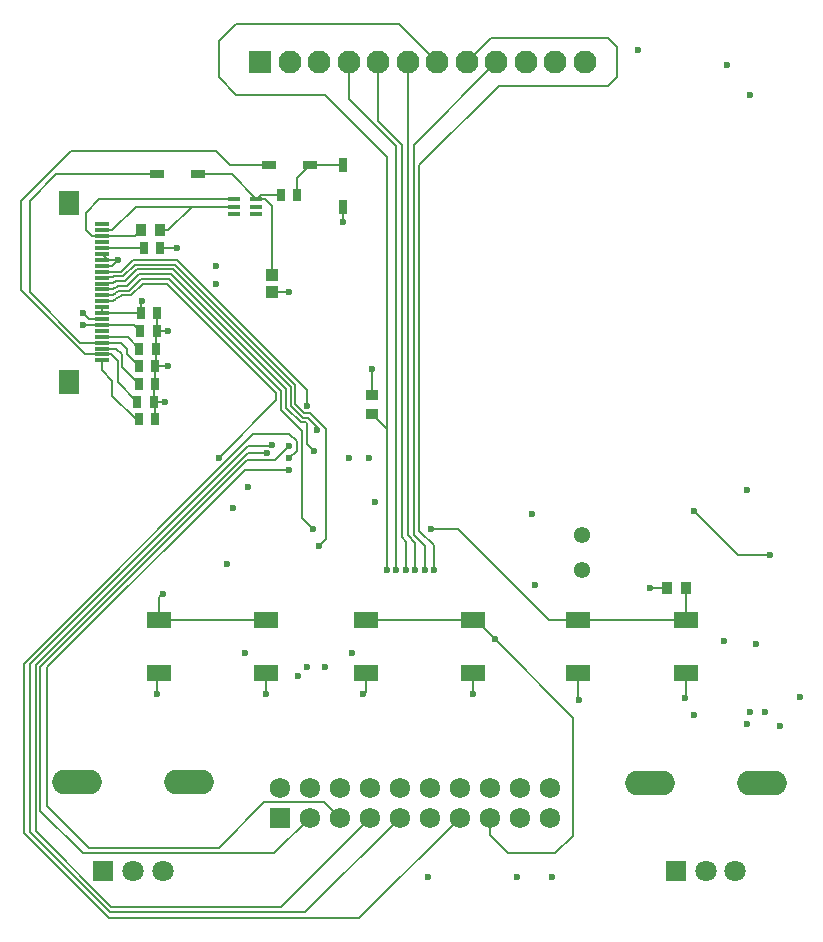
<source format=gbr>
%TF.GenerationSoftware,KiCad,Pcbnew,9.0.6-1.fc43*%
%TF.CreationDate,2025-12-20T07:51:10-05:00*%
%TF.ProjectId,electrical,656c6563-7472-4696-9361-6c2e6b696361,rev?*%
%TF.SameCoordinates,Original*%
%TF.FileFunction,Copper,L1,Top*%
%TF.FilePolarity,Positive*%
%FSLAX46Y46*%
G04 Gerber Fmt 4.6, Leading zero omitted, Abs format (unit mm)*
G04 Created by KiCad (PCBNEW 9.0.6-1.fc43) date 2025-12-20 07:51:10*
%MOMM*%
%LPD*%
G01*
G04 APERTURE LIST*
%TA.AperFunction,SMDPad,CuDef*%
%ADD10R,0.780000X0.990000*%
%TD*%
%TA.AperFunction,SMDPad,CuDef*%
%ADD11R,1.150000X0.800000*%
%TD*%
%TA.AperFunction,SMDPad,CuDef*%
%ADD12R,1.000000X0.450000*%
%TD*%
%TA.AperFunction,ComponentPad*%
%ADD13R,1.725000X1.725000*%
%TD*%
%TA.AperFunction,ComponentPad*%
%ADD14C,1.725000*%
%TD*%
%TA.AperFunction,SMDPad,CuDef*%
%ADD15R,1.300000X0.300000*%
%TD*%
%TA.AperFunction,SMDPad,CuDef*%
%ADD16R,1.800000X2.000000*%
%TD*%
%TA.AperFunction,ComponentPad*%
%ADD17R,1.800000X1.800000*%
%TD*%
%TA.AperFunction,ComponentPad*%
%ADD18C,1.800000*%
%TD*%
%TA.AperFunction,ComponentPad*%
%ADD19O,4.200000X2.100000*%
%TD*%
%TA.AperFunction,SMDPad,CuDef*%
%ADD20R,1.000000X1.050000*%
%TD*%
%TA.AperFunction,SMDPad,CuDef*%
%ADD21R,2.100000X1.400000*%
%TD*%
%TA.AperFunction,SMDPad,CuDef*%
%ADD22R,0.900000X1.000000*%
%TD*%
%TA.AperFunction,SMDPad,CuDef*%
%ADD23R,1.000000X0.900000*%
%TD*%
%TA.AperFunction,SMDPad,CuDef*%
%ADD24R,0.800000X1.150000*%
%TD*%
%TA.AperFunction,ComponentPad*%
%ADD25C,1.381000*%
%TD*%
%TA.AperFunction,ComponentPad*%
%ADD26R,1.950000X1.950000*%
%TD*%
%TA.AperFunction,ComponentPad*%
%ADD27C,1.950000*%
%TD*%
%TA.AperFunction,ViaPad*%
%ADD28C,0.600000*%
%TD*%
%TA.AperFunction,Conductor*%
%ADD29C,0.200000*%
%TD*%
G04 APERTURE END LIST*
D10*
%TO.P,C14,1*%
%TO.N,GND*%
X133050000Y-81250000D03*
%TO.P,C14,2*%
%TO.N,/Screen/VSH2*%
X131650000Y-81250000D03*
%TD*%
D11*
%TO.P,D4,1,K*%
%TO.N,Net-(D3-A)*%
X145750000Y-74250000D03*
%TO.P,D4,2,A*%
%TO.N,/Screen/VGL*%
X142250000Y-74250000D03*
%TD*%
D12*
%TO.P,Q1,1,S1*%
%TO.N,/Screen/RESE*%
X139300000Y-77100000D03*
%TO.P,Q1,2,G1*%
%TO.N,/Screen/GDR*%
X139300000Y-77750000D03*
%TO.P,Q1,3,D2*%
%TO.N,unconnected-(Q1-D2-Pad3)*%
X139300000Y-78400000D03*
%TO.P,Q1,4,S2*%
%TO.N,unconnected-(Q1-S2-Pad4)*%
X141200000Y-78400000D03*
%TO.P,Q1,5,G2*%
%TO.N,unconnected-(Q1-G2-Pad5)*%
X141200000Y-77750000D03*
%TO.P,Q1,6,D1*%
%TO.N,Net-(D2-A)*%
X141200000Y-77100000D03*
%TD*%
D13*
%TO.P,J1,1,1*%
%TO.N,+3V0*%
X143180000Y-129500000D03*
D14*
%TO.P,J1,2,2*%
X143180000Y-126960000D03*
%TO.P,J1,3,3*%
%TO.N,/Processor/TRST*%
X145720000Y-129500000D03*
%TO.P,J1,4,4*%
%TO.N,GND*%
X145720000Y-126960000D03*
%TO.P,J1,5,5*%
%TO.N,/Processor/TDI*%
X148260000Y-129500000D03*
%TO.P,J1,6,6*%
%TO.N,GND*%
X148260000Y-126960000D03*
%TO.P,J1,7,7*%
%TO.N,/Processor/TMS{slash}SWDAT*%
X150800000Y-129500000D03*
%TO.P,J1,8,8*%
%TO.N,GND*%
X150800000Y-126960000D03*
%TO.P,J1,9,9*%
%TO.N,/Processor/TCK{slash}SWCLK*%
X153340000Y-129500000D03*
%TO.P,J1,10,10*%
%TO.N,GND*%
X153340000Y-126960000D03*
%TO.P,J1,11,11*%
%TO.N,Net-(J1-Pad11)*%
X155880000Y-129500000D03*
%TO.P,J1,12,12*%
%TO.N,GND*%
X155880000Y-126960000D03*
%TO.P,J1,13,13*%
%TO.N,/Processor/TDO*%
X158420000Y-129500000D03*
%TO.P,J1,14,14*%
%TO.N,GND*%
X158420000Y-126960000D03*
%TO.P,J1,15,15*%
%TO.N,/Processor/NRST*%
X160960000Y-129500000D03*
%TO.P,J1,16,16*%
%TO.N,GND*%
X160960000Y-126960000D03*
%TO.P,J1,17,17*%
%TO.N,Net-(J1-Pad17)*%
X163500000Y-129500000D03*
%TO.P,J1,18,18*%
%TO.N,GND*%
X163500000Y-126960000D03*
%TO.P,J1,19,19*%
%TO.N,Net-(J1-Pad19)*%
X166040000Y-129500000D03*
%TO.P,J1,20,20*%
%TO.N,GND*%
X166040000Y-126960000D03*
%TD*%
D15*
%TO.P,J2,1*%
%TO.N,unconnected-(J2-Pad1)*%
X128100000Y-79250000D03*
%TO.P,J2,2*%
%TO.N,/Screen/GDR*%
X128100000Y-79750000D03*
%TO.P,J2,3*%
%TO.N,/Screen/RESE*%
X128100000Y-80250000D03*
%TO.P,J2,4*%
%TO.N,unconnected-(J2-Pad4)*%
X128100000Y-80750000D03*
%TO.P,J2,5*%
%TO.N,/Screen/VSH2*%
X128100000Y-81250000D03*
%TO.P,J2,6*%
%TO.N,GND*%
X128100000Y-81750000D03*
%TO.P,J2,7*%
X128100000Y-82250000D03*
%TO.P,J2,8*%
X128100000Y-82750000D03*
%TO.P,J2,9*%
%TO.N,/Processor/EINK_BUSY*%
X128100000Y-83250000D03*
%TO.P,J2,10*%
%TO.N,/Processor/EINK_RST*%
X128100000Y-83750000D03*
%TO.P,J2,11*%
%TO.N,/Processor/EINK_D_C*%
X128100000Y-84250000D03*
%TO.P,J2,12*%
%TO.N,/Processor/EINK_CS*%
X128100000Y-84750000D03*
%TO.P,J2,13*%
%TO.N,/Accelerometer/ADXL_SCL*%
X128100000Y-85250000D03*
%TO.P,J2,14*%
%TO.N,/Accelerometer/ADXL_SDI*%
X128100000Y-85750000D03*
%TO.P,J2,15*%
%TO.N,+3V0*%
X128100000Y-86250000D03*
%TO.P,J2,16*%
X128100000Y-86750000D03*
%TO.P,J2,17*%
%TO.N,GND*%
X128100000Y-87250000D03*
%TO.P,J2,18*%
%TO.N,/Screen/1V8*%
X128100000Y-87750000D03*
%TO.P,J2,19*%
%TO.N,unconnected-(J2-Pad19)*%
X128100000Y-88250000D03*
%TO.P,J2,20*%
%TO.N,/Screen/VSH1*%
X128100000Y-88750000D03*
%TO.P,J2,21*%
%TO.N,/Screen/VGH*%
X128100000Y-89250000D03*
%TO.P,J2,22*%
%TO.N,/Screen/VSL*%
X128100000Y-89750000D03*
%TO.P,J2,23*%
%TO.N,/Screen/VGL*%
X128100000Y-90250000D03*
%TO.P,J2,24*%
%TO.N,/Screen/VCOM*%
X128100000Y-90750000D03*
D16*
%TO.P,J2,Z1*%
%TO.N,unconnected-(J2-PadZ1)*%
X125350000Y-77450000D03*
%TO.P,J2,Z2*%
%TO.N,unconnected-(J2-PadZ2)*%
X125350000Y-92550000D03*
%TD*%
D17*
%TO.P,RV1,1,1*%
%TO.N,/Processor/POT_1*%
X128250000Y-133975000D03*
D18*
%TO.P,RV1,2,2*%
%TO.N,GND*%
X130750000Y-133975000D03*
%TO.P,RV1,3,3*%
%TO.N,+3V0*%
X133250000Y-133975000D03*
D19*
%TO.P,RV1,S1*%
%TO.N,N/C*%
X126000000Y-126475000D03*
%TO.P,RV1,S2*%
X135500000Y-126475000D03*
%TD*%
D17*
%TO.P,RV2,1,1*%
%TO.N,/Processor/POT_2*%
X176750000Y-134000000D03*
D18*
%TO.P,RV2,2,2*%
%TO.N,GND*%
X179250000Y-134000000D03*
%TO.P,RV2,3,3*%
%TO.N,+3V0*%
X181750000Y-134000000D03*
D19*
%TO.P,RV2,S1*%
%TO.N,N/C*%
X174500000Y-126500000D03*
%TO.P,RV2,S2*%
X184000000Y-126500000D03*
%TD*%
D10*
%TO.P,C15,1*%
%TO.N,GND*%
X132800000Y-86750000D03*
%TO.P,C15,2*%
%TO.N,+3V0*%
X131400000Y-86750000D03*
%TD*%
%TO.P,C20,1*%
%TO.N,GND*%
X132650000Y-91250000D03*
%TO.P,C20,2*%
%TO.N,/Screen/VGH*%
X131250000Y-91250000D03*
%TD*%
D20*
%TO.P,L1,1,1*%
%TO.N,Net-(D2-A)*%
X142500000Y-83500000D03*
%TO.P,L1,2,2*%
%TO.N,+3V0*%
X142500000Y-85000000D03*
%TD*%
D11*
%TO.P,D2,1,K*%
%TO.N,/Screen/VGH*%
X132750000Y-75000000D03*
%TO.P,D2,2,A*%
%TO.N,Net-(D2-A)*%
X136250000Y-75000000D03*
%TD*%
D10*
%TO.P,C17,1*%
%TO.N,GND*%
X132700000Y-89750000D03*
%TO.P,C17,2*%
%TO.N,/Screen/VSH1*%
X131300000Y-89750000D03*
%TD*%
D21*
%TO.P,SW4,1,1*%
%TO.N,GND*%
X168450000Y-117250000D03*
%TO.P,SW4,2,2*%
X177550000Y-117250000D03*
%TO.P,SW4,3,K*%
%TO.N,/Processor/BUTTON_2*%
X168450000Y-112750000D03*
%TO.P,SW4,4,A*%
X177550000Y-112750000D03*
%TD*%
D10*
%TO.P,C13,1*%
%TO.N,/Screen/VCOM*%
X131250000Y-95750000D03*
%TO.P,C13,2*%
%TO.N,GND*%
X132650000Y-95750000D03*
%TD*%
%TO.P,C19,1*%
%TO.N,/Screen/VGL*%
X131100000Y-94250000D03*
%TO.P,C19,2*%
%TO.N,GND*%
X132500000Y-94250000D03*
%TD*%
D22*
%TO.P,R12,1*%
%TO.N,/Screen/RESE*%
X131450000Y-79750000D03*
%TO.P,R12,2*%
%TO.N,/Screen/GDR*%
X133050000Y-79750000D03*
%TD*%
D23*
%TO.P,R6,1*%
%TO.N,/Processor/WIFI_CS*%
X151000000Y-95300000D03*
%TO.P,R6,2*%
%TO.N,+3V0*%
X151000000Y-93700000D03*
%TD*%
D21*
%TO.P,SW1,1,1*%
%TO.N,GND*%
X150450000Y-117250000D03*
%TO.P,SW1,2,2*%
X159550000Y-117250000D03*
%TO.P,SW1,3,K*%
%TO.N,/Processor/NRST*%
X150450000Y-112750000D03*
%TO.P,SW1,4,A*%
X159550000Y-112750000D03*
%TD*%
D10*
%TO.P,C16,1*%
%TO.N,GND*%
X132750000Y-88250000D03*
%TO.P,C16,2*%
%TO.N,/Screen/1V8*%
X131350000Y-88250000D03*
%TD*%
D21*
%TO.P,SW3,1,1*%
%TO.N,GND*%
X132950000Y-117250000D03*
%TO.P,SW3,2,2*%
X142050000Y-117250000D03*
%TO.P,SW3,3,K*%
%TO.N,/Processor/BUTTON_1*%
X132950000Y-112750000D03*
%TO.P,SW3,4,A*%
X142050000Y-112750000D03*
%TD*%
D10*
%TO.P,C12,1*%
%TO.N,/Screen/VSL*%
X131250000Y-92750000D03*
%TO.P,C12,2*%
%TO.N,GND*%
X132650000Y-92750000D03*
%TD*%
%TO.P,C18,1*%
%TO.N,Net-(D2-A)*%
X143250000Y-76750000D03*
%TO.P,C18,2*%
%TO.N,Net-(D3-A)*%
X144650000Y-76750000D03*
%TD*%
D24*
%TO.P,D3,1,K*%
%TO.N,GND*%
X148500000Y-77750000D03*
%TO.P,D3,2,A*%
%TO.N,Net-(D3-A)*%
X148500000Y-74250000D03*
%TD*%
D22*
%TO.P,R8,1*%
%TO.N,/Processor/BUTTON_2*%
X177600000Y-110000000D03*
%TO.P,R8,2*%
%TO.N,+3V0*%
X176000000Y-110000000D03*
%TD*%
D25*
%TO.P,SW2,4*%
%TO.N,N/C*%
X168800000Y-105500000D03*
%TO.P,SW2,5*%
X168800000Y-108500000D03*
%TD*%
D26*
%TO.P,IC2,1,VIN*%
%TO.N,+3V0*%
X141520000Y-65530000D03*
D27*
%TO.P,IC2,2,3V0*%
%TO.N,unconnected-(IC2-3V0-Pad2)*%
X144020000Y-65530000D03*
%TO.P,IC2,3,GND*%
%TO.N,GND*%
X146520000Y-65530000D03*
%TO.P,IC2,4,SCK*%
%TO.N,/Processor/WIFI_SCK*%
X149020000Y-65530000D03*
%TO.P,IC2,5,MISO*%
%TO.N,/Processor/WIFI_MISO*%
X151520000Y-65530000D03*
%TO.P,IC2,6,MOSI*%
%TO.N,/Processor/WIFI_MOSI*%
X154020000Y-65530000D03*
%TO.P,IC2,7,CS*%
%TO.N,/Processor/WIFI_CS*%
X156520000Y-65530000D03*
%TO.P,IC2,8,BUSY*%
%TO.N,/Processor/WIFI_BUSY*%
X159020000Y-65530000D03*
%TO.P,IC2,9,RESET*%
%TO.N,/Processor/WIFI_RESET*%
X161520000Y-65530000D03*
%TO.P,IC2,10,GPIO_0*%
%TO.N,unconnected-(IC2-GPIO_0-Pad10)*%
X164020000Y-65530000D03*
%TO.P,IC2,11,UART_RX*%
%TO.N,unconnected-(IC2-UART_RX-Pad11)*%
X166520000Y-65530000D03*
%TO.P,IC2,12,UART_TX*%
%TO.N,unconnected-(IC2-UART_TX-Pad12)*%
X169020000Y-65530000D03*
%TD*%
D28*
%TO.N,GND*%
X182750000Y-101750000D03*
X166250000Y-134500000D03*
X133750000Y-91250000D03*
X142000000Y-119000000D03*
X139250000Y-103250000D03*
X133750000Y-88250000D03*
X159500000Y-119000000D03*
X177500000Y-119350000D03*
X168500000Y-119500000D03*
X145500000Y-116750000D03*
X163250000Y-134500000D03*
X148500000Y-79000000D03*
X149250000Y-115500000D03*
X185500000Y-121750000D03*
X126500000Y-86750000D03*
X155750000Y-134500000D03*
X173500000Y-64500000D03*
X164750000Y-109750000D03*
X183000000Y-120500000D03*
X129500000Y-82250000D03*
X182750000Y-121500000D03*
X133500000Y-94250000D03*
X132750000Y-119000000D03*
X134500000Y-81250000D03*
X137750000Y-82750000D03*
X150250000Y-119000000D03*
X149000000Y-99000000D03*
%TO.N,+3V0*%
X147000000Y-116750000D03*
X138750000Y-108000000D03*
X178250000Y-120750000D03*
X144750000Y-117500000D03*
X151000000Y-91500000D03*
X183500000Y-114750000D03*
X187250000Y-119250000D03*
X151250000Y-102750000D03*
X150750000Y-99000000D03*
X140250000Y-115500000D03*
X140500000Y-101500000D03*
X183000000Y-68250000D03*
X137750000Y-84250000D03*
X144000000Y-85000000D03*
X174500000Y-110000000D03*
X180750000Y-114500000D03*
X131500000Y-85750000D03*
X184250000Y-120500000D03*
X181000000Y-65750000D03*
X164500000Y-103750000D03*
%TO.N,/Processor/NRST*%
X161375000Y-114375000D03*
%TO.N,/Screen/1V8*%
X126500000Y-87750000D03*
%TO.N,/Accelerometer/ADXL_SCL*%
X146000000Y-105000000D03*
%TO.N,/Processor/EINK_CS*%
X146092185Y-98440715D03*
%TO.N,/Processor/EINK_D_C*%
X146318500Y-96667027D03*
%TO.N,/Processor/TCK{slash}SWCLK*%
X142543761Y-97934358D03*
%TO.N,/Processor/TMS{slash}SWDAT*%
X142100000Y-98600000D03*
%TO.N,/Processor/WIFI_CS*%
X152250000Y-108500000D03*
%TO.N,/Processor/WIFI_SCK*%
X153050003Y-108500000D03*
%TO.N,/Processor/BUTTON_2*%
X156000000Y-105000000D03*
%TO.N,/Processor/EINK_RST*%
X146500000Y-106500000D03*
%TO.N,/Processor/BUTTON_1*%
X133250000Y-110500000D03*
%TO.N,/Processor/WIFI_BUSY*%
X156250015Y-108500000D03*
%TO.N,/Processor/TRST*%
X144000000Y-98000000D03*
%TO.N,/Accelerometer/ADXL_SDO*%
X184693800Y-107193800D03*
X178250000Y-103500000D03*
%TO.N,/Processor/WIFI_MOSI*%
X154650009Y-108500000D03*
%TO.N,/Processor/TDO*%
X144000000Y-99000000D03*
%TO.N,/Processor/WIFI_RESET*%
X155450012Y-108500000D03*
%TO.N,/Accelerometer/ADXL_SDI*%
X138000000Y-99000000D03*
%TO.N,/Processor/EINK_BUSY*%
X145515627Y-94600000D03*
%TO.N,/Processor/WIFI_MISO*%
X153850006Y-108500000D03*
%TO.N,/Processor/TDI*%
X144000000Y-100000000D03*
%TD*%
D29*
%TO.N,GND*%
X148500000Y-79000000D02*
X148500000Y-77750000D01*
X142050000Y-118950000D02*
X142000000Y-119000000D01*
X134500000Y-81250000D02*
X133050000Y-81250000D01*
X132800000Y-86750000D02*
X132800000Y-88200000D01*
X132750000Y-119000000D02*
X132750000Y-117450000D01*
X132650000Y-95750000D02*
X132650000Y-94400000D01*
X132650000Y-94400000D02*
X132500000Y-94250000D01*
X127000000Y-87250000D02*
X126500000Y-86750000D01*
X132650000Y-92750000D02*
X132650000Y-91250000D01*
X128600000Y-82250000D02*
X128100000Y-81750000D01*
X177500000Y-119350000D02*
X177550000Y-119300000D01*
X132700000Y-91200000D02*
X132650000Y-91250000D01*
X128100000Y-82750000D02*
X129000000Y-82750000D01*
X132500000Y-92900000D02*
X132650000Y-92750000D01*
X132800000Y-88200000D02*
X132750000Y-88250000D01*
X168450000Y-119450000D02*
X168450000Y-117250000D01*
X132700000Y-88300000D02*
X132750000Y-88250000D01*
X128100000Y-82250000D02*
X129500000Y-82250000D01*
X132500000Y-94250000D02*
X133500000Y-94250000D01*
X159500000Y-119000000D02*
X159500000Y-117300000D01*
X129500000Y-82250000D02*
X128600000Y-82250000D01*
X177550000Y-119300000D02*
X177550000Y-117250000D01*
X150450000Y-117250000D02*
X150450000Y-118800000D01*
X129000000Y-82750000D02*
X129500000Y-82250000D01*
X128100000Y-87250000D02*
X127000000Y-87250000D01*
X132500000Y-94250000D02*
X132500000Y-92900000D01*
X142050000Y-117250000D02*
X142050000Y-118950000D01*
X159500000Y-117300000D02*
X159550000Y-117250000D01*
X132650000Y-91250000D02*
X133750000Y-91250000D01*
X168500000Y-119500000D02*
X168450000Y-119450000D01*
X132750000Y-117450000D02*
X132950000Y-117250000D01*
X150450000Y-118800000D02*
X150250000Y-119000000D01*
X132750000Y-88250000D02*
X133750000Y-88250000D01*
X132700000Y-89750000D02*
X132700000Y-88300000D01*
X132700000Y-89750000D02*
X132700000Y-91200000D01*
%TO.N,+3V0*%
X131400000Y-86750000D02*
X128100000Y-86750000D01*
X144000000Y-85000000D02*
X142500000Y-85000000D01*
X131400000Y-86750000D02*
X131400000Y-85850000D01*
X174500000Y-110000000D02*
X176000000Y-110000000D01*
X131400000Y-85850000D02*
X131500000Y-85750000D01*
X128100000Y-86250000D02*
X128100000Y-86750000D01*
X151000000Y-93700000D02*
X151000000Y-91500000D01*
%TO.N,/Processor/NRST*%
X166500000Y-132500000D02*
X168000000Y-131000000D01*
X160960000Y-130960000D02*
X162500000Y-132500000D01*
X159750000Y-112750000D02*
X159550000Y-112750000D01*
X162500000Y-132500000D02*
X166500000Y-132500000D01*
X161375000Y-114375000D02*
X159750000Y-112750000D01*
X168000000Y-131000000D02*
X168000000Y-121000000D01*
X168000000Y-121000000D02*
X161375000Y-114375000D01*
X150450000Y-112750000D02*
X159550000Y-112750000D01*
X160960000Y-129500000D02*
X160960000Y-130960000D01*
%TO.N,/Screen/VSL*%
X129849000Y-90250000D02*
X129849000Y-91349000D01*
X129849000Y-91349000D02*
X131250000Y-92750000D01*
X128100000Y-89750000D02*
X129349000Y-89750000D01*
X129349000Y-89750000D02*
X129849000Y-90250000D01*
%TO.N,/Screen/VCOM*%
X131000000Y-95750000D02*
X129000000Y-93750000D01*
X128100000Y-91600000D02*
X128100000Y-90750000D01*
X129000000Y-92500000D02*
X128100000Y-91600000D01*
X131250000Y-95750000D02*
X131000000Y-95750000D01*
X129000000Y-93750000D02*
X129000000Y-92500000D01*
%TO.N,/Screen/VSH2*%
X131650000Y-81250000D02*
X128100000Y-81250000D01*
%TO.N,/Screen/1V8*%
X130850000Y-87750000D02*
X128100000Y-87750000D01*
X126500000Y-87750000D02*
X128100000Y-87750000D01*
X131350000Y-88250000D02*
X130850000Y-87750000D01*
%TO.N,/Screen/VSH1*%
X131300000Y-89750000D02*
X130300000Y-88750000D01*
X130300000Y-88750000D02*
X128100000Y-88750000D01*
%TO.N,Net-(D3-A)*%
X145750000Y-74250000D02*
X148500000Y-74250000D01*
X144650000Y-75350000D02*
X145750000Y-74250000D01*
X144650000Y-76750000D02*
X144650000Y-75350000D01*
%TO.N,Net-(D2-A)*%
X143250000Y-76750000D02*
X141550000Y-76750000D01*
X142500000Y-77700000D02*
X141900000Y-77100000D01*
X141550000Y-76750000D02*
X141200000Y-77100000D01*
X141900000Y-77100000D02*
X141200000Y-77100000D01*
X139100000Y-75000000D02*
X141200000Y-77100000D01*
X142500000Y-83500000D02*
X142500000Y-77700000D01*
X136250000Y-75000000D02*
X139100000Y-75000000D01*
%TO.N,/Screen/VGL*%
X125500000Y-73000000D02*
X121250000Y-77250000D01*
X121250000Y-84817100D02*
X126682900Y-90250000D01*
X129448000Y-90802000D02*
X128896000Y-90250000D01*
X129466450Y-91533550D02*
X129448000Y-91515100D01*
X129466450Y-92616450D02*
X129466450Y-91533550D01*
X126682900Y-90250000D02*
X128100000Y-90250000D01*
X137750000Y-73000000D02*
X125500000Y-73000000D01*
X121250000Y-77250000D02*
X121250000Y-84817100D01*
X129448000Y-91515100D02*
X129448000Y-90802000D01*
X142250000Y-74250000D02*
X139000000Y-74250000D01*
X139000000Y-74250000D02*
X137750000Y-73000000D01*
X131100000Y-94250000D02*
X129466450Y-92616450D01*
X128896000Y-90250000D02*
X128100000Y-90250000D01*
%TO.N,/Screen/VGH*%
X122000000Y-77250000D02*
X122000000Y-85000000D01*
X122000000Y-85000000D02*
X126250000Y-89250000D01*
X130250000Y-89750000D02*
X129750000Y-89250000D01*
X130250000Y-90250000D02*
X130250000Y-89750000D01*
X129750000Y-89250000D02*
X128100000Y-89250000D01*
X131250000Y-91250000D02*
X130250000Y-90250000D01*
X126250000Y-89250000D02*
X128100000Y-89250000D01*
X132750000Y-75000000D02*
X124250000Y-75000000D01*
X124250000Y-75000000D02*
X122000000Y-77250000D01*
%TO.N,/Accelerometer/ADXL_SCL*%
X131414400Y-83854000D02*
X133835600Y-83854000D01*
X143297000Y-93315400D02*
X143297000Y-94931200D01*
X128100000Y-85250000D02*
X128149000Y-85201000D01*
X129482200Y-84904000D02*
X129549300Y-84904000D01*
X129217100Y-85102000D02*
X129316100Y-85003000D01*
X145099000Y-104099000D02*
X146000000Y-105000000D01*
X129383200Y-85003000D02*
X129482200Y-84904000D01*
X145099000Y-96733200D02*
X145099000Y-104099000D01*
X130414400Y-84854000D02*
X131414400Y-83854000D01*
X129051000Y-85201000D02*
X129051000Y-85102000D01*
X133835600Y-83854000D02*
X143297000Y-93315400D01*
X129316100Y-85003000D02*
X129383200Y-85003000D01*
X129599300Y-84854000D02*
X130414400Y-84854000D01*
X128149000Y-85201000D02*
X129051000Y-85201000D01*
X129051000Y-85102000D02*
X129217100Y-85102000D01*
X143297000Y-94931200D02*
X145099000Y-96733200D01*
X129549300Y-84904000D02*
X129599300Y-84854000D01*
%TO.N,/Processor/EINK_CS*%
X129217100Y-84602000D02*
X129051000Y-84602000D01*
X128149000Y-84701000D02*
X128100000Y-84750000D01*
X146092185Y-98440715D02*
X145500000Y-97848530D01*
X143698000Y-94765100D02*
X143698000Y-93149300D01*
X129316100Y-84503000D02*
X129217100Y-84602000D01*
X144935900Y-96003000D02*
X143698000Y-94765100D01*
X134001700Y-83453000D02*
X131248300Y-83453000D01*
X145368800Y-96003000D02*
X144935900Y-96003000D01*
X130248300Y-84453000D02*
X129433200Y-84453000D01*
X131248300Y-83453000D02*
X130248300Y-84453000D01*
X129383200Y-84503000D02*
X129316100Y-84503000D01*
X129051000Y-84602000D02*
X129051000Y-84701000D01*
X129433200Y-84453000D02*
X129383200Y-84503000D01*
X145500000Y-97848530D02*
X145500000Y-96134200D01*
X143698000Y-93149300D02*
X134001700Y-83453000D01*
X145500000Y-96134200D02*
X145368800Y-96003000D01*
X129051000Y-84701000D02*
X128149000Y-84701000D01*
%TO.N,/Processor/EINK_D_C*%
X146318500Y-96667027D02*
X146318500Y-96385600D01*
X144099000Y-94599000D02*
X144099000Y-92983200D01*
X128149000Y-84201000D02*
X128100000Y-84250000D01*
X144099000Y-92983200D02*
X134167800Y-83052000D01*
X145102000Y-95602000D02*
X144099000Y-94599000D01*
X134167800Y-83052000D02*
X131082200Y-83052000D01*
X129051000Y-84102000D02*
X129051000Y-84201000D01*
X129267100Y-84052000D02*
X129217100Y-84102000D01*
X130082200Y-84052000D02*
X129267100Y-84052000D01*
X129217100Y-84102000D02*
X129051000Y-84102000D01*
X131082200Y-83052000D02*
X130082200Y-84052000D01*
X145534900Y-95602000D02*
X145102000Y-95602000D01*
X146318500Y-96385600D02*
X145534900Y-95602000D01*
X129051000Y-84201000D02*
X128149000Y-84201000D01*
%TO.N,/Processor/TCK{slash}SWCLK*%
X142543761Y-97934358D02*
X142478119Y-98000000D01*
X145340000Y-137500000D02*
X153340000Y-129500000D01*
X122000000Y-130694100D02*
X128805900Y-137500000D01*
X140500000Y-98000000D02*
X122000000Y-116500000D01*
X142478119Y-98000000D02*
X140500000Y-98000000D01*
X128805900Y-137500000D02*
X145340000Y-137500000D01*
X122000000Y-116500000D02*
X122000000Y-130694100D01*
%TO.N,/Processor/TMS{slash}SWDAT*%
X142100000Y-98600000D02*
X140467100Y-98600000D01*
X122500000Y-130627000D02*
X128873000Y-137000000D01*
X140467100Y-98600000D02*
X122500000Y-116567100D01*
X122500000Y-116567100D02*
X122500000Y-130627000D01*
X128873000Y-137000000D02*
X143300000Y-137000000D01*
X143300000Y-137000000D02*
X150800000Y-129500000D01*
%TO.N,/Processor/WIFI_CS*%
X152250000Y-73500000D02*
X147000000Y-68250000D01*
X138000000Y-63750000D02*
X139500000Y-62250000D01*
X151000000Y-95300000D02*
X152250000Y-96550000D01*
X139500000Y-68250000D02*
X138000000Y-66750000D01*
X152250000Y-97000000D02*
X152250000Y-73500000D01*
X138000000Y-66750000D02*
X138000000Y-63750000D01*
X152250000Y-96550000D02*
X152250000Y-97000000D01*
X153240000Y-62250000D02*
X156520000Y-65530000D01*
X147000000Y-68250000D02*
X139500000Y-68250000D01*
X152250000Y-108500000D02*
X152250000Y-97000000D01*
X139500000Y-62250000D02*
X153240000Y-62250000D01*
%TO.N,/Processor/WIFI_SCK*%
X149020000Y-68587100D02*
X149020000Y-65530000D01*
X153050003Y-108500000D02*
X153050003Y-72617103D01*
X153050003Y-72617103D02*
X149020000Y-68587100D01*
%TO.N,/Processor/BUTTON_2*%
X158250000Y-105000000D02*
X166000000Y-112750000D01*
X177550000Y-110050000D02*
X177600000Y-110000000D01*
X166000000Y-112750000D02*
X168450000Y-112750000D01*
X168450000Y-112750000D02*
X177550000Y-112750000D01*
X177550000Y-112750000D02*
X177550000Y-110050000D01*
X156000000Y-105000000D02*
X158250000Y-105000000D01*
%TO.N,/Processor/EINK_RST*%
X145268100Y-95201000D02*
X145701000Y-95201000D01*
X129916100Y-83651000D02*
X130916100Y-82651000D01*
X128149000Y-83701000D02*
X129051000Y-83701000D01*
X128100000Y-83750000D02*
X128149000Y-83701000D01*
X146566027Y-96066027D02*
X146567443Y-96066027D01*
X129051000Y-83701000D02*
X129051000Y-83651000D01*
X145701000Y-95201000D02*
X146566027Y-96066027D01*
X130916100Y-82651000D02*
X134333900Y-82651000D01*
X144500000Y-94432900D02*
X145268100Y-95201000D01*
X147101000Y-96601000D02*
X147101000Y-105899000D01*
X147101000Y-105899000D02*
X146500000Y-106500000D01*
X134333900Y-82651000D02*
X144500000Y-92817100D01*
X144500000Y-92817100D02*
X144500000Y-94432900D01*
X146919500Y-96419500D02*
X147101000Y-96601000D01*
X146919500Y-96418084D02*
X146919500Y-96419500D01*
X146567443Y-96066027D02*
X146919500Y-96418084D01*
X129051000Y-83651000D02*
X129916100Y-83651000D01*
%TO.N,/Processor/BUTTON_1*%
X132950000Y-112750000D02*
X142050000Y-112750000D01*
X132950000Y-110800000D02*
X133250000Y-110500000D01*
X132950000Y-112750000D02*
X132950000Y-110800000D01*
%TO.N,/Processor/WIFI_BUSY*%
X171000000Y-67500000D02*
X171750000Y-66750000D01*
X171750000Y-64250000D02*
X171000000Y-63500000D01*
X171000000Y-63500000D02*
X161050000Y-63500000D01*
X155000000Y-74250000D02*
X161750000Y-67500000D01*
X156250015Y-108500000D02*
X156250015Y-106424986D01*
X161050000Y-63500000D02*
X159020000Y-65530000D01*
X171750000Y-66750000D02*
X171750000Y-64250000D01*
X161750000Y-67500000D02*
X171000000Y-67500000D01*
X155000000Y-105174971D02*
X155000000Y-74250000D01*
X156250015Y-106424986D02*
X155000000Y-105174971D01*
%TO.N,/Processor/TRST*%
X126500000Y-132500000D02*
X142720000Y-132500000D01*
X144000000Y-98000000D02*
X142799000Y-99201000D01*
X142799000Y-99201000D02*
X140433200Y-99201000D01*
X142720000Y-132500000D02*
X145720000Y-129500000D01*
X140433200Y-99201000D02*
X122901000Y-116733200D01*
X122901000Y-116733200D02*
X122901000Y-128901000D01*
X122901000Y-128901000D02*
X126500000Y-132500000D01*
%TO.N,/Accelerometer/ADXL_SDO*%
X181943800Y-107193800D02*
X184693800Y-107193800D01*
X178250000Y-103500000D02*
X181943800Y-107193800D01*
%TO.N,/Processor/WIFI_MOSI*%
X154000000Y-105567100D02*
X154000000Y-101500000D01*
X154650009Y-106217109D02*
X154000000Y-105567100D01*
X154650009Y-108500000D02*
X154650009Y-106217109D01*
X154020000Y-101480000D02*
X154020000Y-65530000D01*
X154000000Y-101500000D02*
X154020000Y-101480000D01*
%TO.N,/Processor/TDO*%
X144000000Y-97000000D02*
X140932900Y-97000000D01*
X121500000Y-130761200D02*
X128738800Y-138000000D01*
X144601000Y-97601000D02*
X144000000Y-97000000D01*
X144000000Y-99000000D02*
X144601000Y-98399000D01*
X121500000Y-116432900D02*
X121500000Y-130761200D01*
X149920000Y-138000000D02*
X158420000Y-129500000D01*
X144601000Y-98399000D02*
X144601000Y-97601000D01*
X140932900Y-97000000D02*
X121500000Y-116432900D01*
X128738800Y-138000000D02*
X149920000Y-138000000D01*
%TO.N,/Processor/WIFI_RESET*%
X155500000Y-108450012D02*
X155450012Y-108500000D01*
X154500000Y-72550000D02*
X154500000Y-105500000D01*
X154500000Y-105500000D02*
X155500000Y-106500000D01*
X155500000Y-106500000D02*
X155500000Y-108450012D01*
X161520000Y-65530000D02*
X154500000Y-72550000D01*
%TO.N,/Accelerometer/ADXL_SDI*%
X131580500Y-84255000D02*
X130580500Y-85255000D01*
X130580500Y-85255000D02*
X129765400Y-85255000D01*
X142896000Y-93481500D02*
X133669500Y-84255000D01*
X129648300Y-85305000D02*
X129549300Y-85404000D01*
X129549300Y-85404000D02*
X129482200Y-85404000D01*
X129715400Y-85305000D02*
X129648300Y-85305000D01*
X129482200Y-85404000D02*
X129383200Y-85503000D01*
X129051000Y-85701000D02*
X128149000Y-85701000D01*
X142896000Y-94104000D02*
X142896000Y-93481500D01*
X129051000Y-85602000D02*
X129051000Y-85701000D01*
X129217100Y-85602000D02*
X129051000Y-85602000D01*
X128149000Y-85701000D02*
X128100000Y-85750000D01*
X129765400Y-85255000D02*
X129715400Y-85305000D01*
X138000000Y-99000000D02*
X142896000Y-94104000D01*
X133669500Y-84255000D02*
X131580500Y-84255000D01*
X129316100Y-85503000D02*
X129217100Y-85602000D01*
X129383200Y-85503000D02*
X129316100Y-85503000D01*
%TO.N,/Processor/EINK_BUSY*%
X145515627Y-93265627D02*
X134500000Y-82250000D01*
X130750000Y-82250000D02*
X129750000Y-83250000D01*
X134500000Y-82250000D02*
X130750000Y-82250000D01*
X129750000Y-83250000D02*
X128100000Y-83250000D01*
X145515627Y-94600000D02*
X145515627Y-93265627D01*
%TO.N,/Processor/WIFI_MISO*%
X153850006Y-106100006D02*
X153500000Y-105750000D01*
X153500000Y-72500000D02*
X151520000Y-70520000D01*
X153850006Y-108500000D02*
X153850006Y-106100006D01*
X153500000Y-105750000D02*
X153500000Y-72500000D01*
X151520000Y-70520000D02*
X151520000Y-65530000D01*
X154050003Y-108500000D02*
X153850006Y-108500000D01*
%TO.N,/Processor/TDI*%
X146883500Y-128123500D02*
X148260000Y-129500000D01*
X144000000Y-100000000D02*
X140201300Y-100000000D01*
X123500000Y-128500000D02*
X127000000Y-132000000D01*
X138000000Y-132000000D02*
X141876500Y-128123500D01*
X123500000Y-116701300D02*
X123500000Y-128500000D01*
X140201300Y-100000000D02*
X123500000Y-116701300D01*
X141876500Y-128123500D02*
X146883500Y-128123500D01*
X127000000Y-132000000D02*
X138000000Y-132000000D01*
%TO.N,/Screen/GDR*%
X131002000Y-77750000D02*
X129002000Y-79750000D01*
X133750000Y-79750000D02*
X135750000Y-77750000D01*
X133050000Y-79750000D02*
X133750000Y-79750000D01*
X139300000Y-77750000D02*
X135750000Y-77750000D01*
X135750000Y-77750000D02*
X131002000Y-77750000D01*
X129002000Y-79750000D02*
X128100000Y-79750000D01*
%TO.N,/Screen/RESE*%
X127900000Y-77100000D02*
X126750000Y-78250000D01*
X127250000Y-80250000D02*
X128100000Y-80250000D01*
X130950000Y-80250000D02*
X131450000Y-79750000D01*
X126750000Y-79750000D02*
X127250000Y-80250000D01*
X126750000Y-78250000D02*
X126750000Y-79750000D01*
X128100000Y-80250000D02*
X130950000Y-80250000D01*
X139300000Y-77100000D02*
X127900000Y-77100000D01*
%TD*%
M02*

</source>
